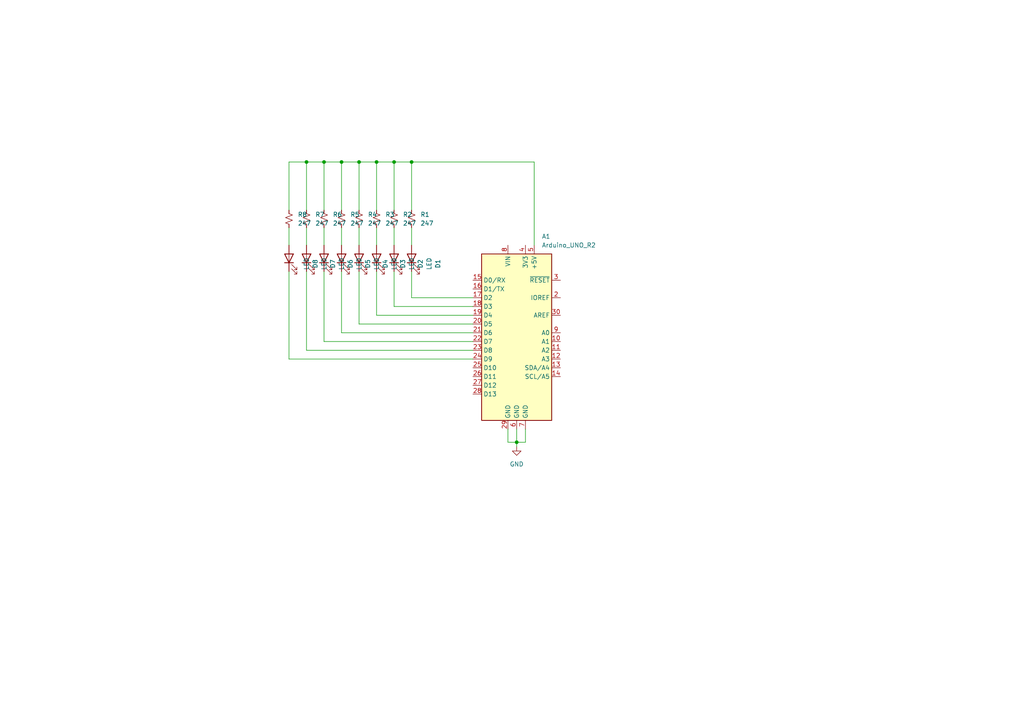
<source format=kicad_sch>
(kicad_sch (version 20230121) (generator eeschema)
  (paper "A4")
  (title_block (title "Arduino UNO LED Shield") (date "2024-01-16") (rev "1"))
  (lib_symbols
    (symbol "Device:LED" (pin_numbers hide) (pin_names (offset 1.016) hide)
      (property "Reference" "D" (at 0 2.54 0))
      (property "Value" "LED" (at 0 -2.54 0))
      (symbol "LED_0_1"
        (polyline (pts (xy -1.27 -1.27) (xy -1.27 1.27)) (stroke (width 0.254)))
        (polyline (pts (xy -1.27 0) (xy 1.27 0)))
        (polyline (pts (xy 1.27 -1.27) (xy 1.27 1.27) (xy -1.27 0) (xy 1.27 -1.27)) (stroke (width 0.254)))
        (polyline (pts (xy -3.048 -0.762) (xy -4.572 -2.286) (xy -3.81 -2.286) (xy -4.572 -2.286) (xy -4.572 -1.524)))
        (polyline (pts (xy -1.778 -0.762) (xy -3.302 -2.286) (xy -2.54 -2.286) (xy -3.302 -2.286) (xy -3.302 -1.524)))
      )
      (symbol "LED_1_1"
        (pin passive line (at -3.81 0 0) (length 2.54) (name "K") (number "1"))
        (pin passive line (at 3.81 0 180) (length 2.54) (name "A") (number "2"))
      )
    )
    (symbol "Device:R_Small_US" (pin_numbers hide) (pin_names (offset 0.254) hide)
      (property "Reference" "R" (at 0.762 0.508 0))
      (property "Value" "R_Small_US" (at 0.762 -1.016 0))
      (symbol "R_Small_US_1_1"
        (polyline (pts (xy 0 0) (xy 1.016 -0.381) (xy 0 -0.762) (xy -1.016 -1.143) (xy 0 -1.524)))
        (polyline (pts (xy 0 1.524) (xy 1.016 1.143) (xy 0 0.762) (xy -1.016 0.381) (xy 0 0)))
        (pin passive line (at 0 2.54 270) (length 1.016) (name "~") (number "1"))
        (pin passive line (at 0 -2.54 90) (length 1.016) (name "~") (number "2"))
      )
    )
    (symbol "MCU_Module:Arduino_UNO_R2"
      (property "Reference" "A" (at -10.16 23.495 0))
      (property "Value" "Arduino_UNO_R2" (at 5.08 -26.67 0))
      (symbol "Arduino_UNO_R2_0_1"
        (rectangle (start -10.16 22.86) (end 10.16 -25.4) (stroke (width 0.254)) (fill (type background)))
      )
      (symbol "Arduino_UNO_R2_1_1"
        (pin no_connect line (at -10.16 -20.32 0) (length 2.54) hide (name "NC") (number "1"))
        (pin bidirectional line (at 12.7 -2.54 180) (length 2.54) (name "A1") (number "10"))
        (pin bidirectional line (at 12.7 -5.08 180) (length 2.54) (name "A2") (number "11"))
        (pin bidirectional line (at 12.7 -7.62 180) (length 2.54) (name "A3") (number "12"))
        (pin bidirectional line (at 12.7 -10.16 180) (length 2.54) (name "SDA/A4") (number "13"))
        (pin bidirectional line (at 12.7 -12.7 180) (length 2.54) (name "SCL/A5") (number "14"))
        (pin bidirectional line (at -12.7 15.24 0) (length 2.54) (name "D0/RX") (number "15"))
        (pin bidirectional line (at -12.7 12.7 0) (length 2.54) (name "D1/TX") (number "16"))
        (pin bidirectional line (at -12.7 10.16 0) (length 2.54) (name "D2") (number "17"))
        (pin bidirectional line (at -12.7 7.62 0) (length 2.54) (name "D3") (number "18"))
        (pin bidirectional line (at -12.7 5.08 0) (length 2.54) (name "D4") (number "19"))
        (pin output line (at 12.7 10.16 180) (length 2.54) (name "IOREF") (number "2"))
        (pin bidirectional line (at -12.7 2.54 0) (length 2.54) (name "D5") (number "20"))
        (pin bidirectional line (at -12.7 0 0) (length 2.54) (name "D6") (number "21"))
        (pin bidirectional line (at -12.7 -2.54 0) (length 2.54) (name "D7") (number "22"))
        (pin bidirectional line (at -12.7 -5.08 0) (length 2.54) (name "D8") (number "23"))
        (pin bidirectional line (at -12.7 -7.62 0) (length 2.54) (name "D9") (number "24"))
        (pin bidirectional line (at -12.7 -10.16 0) (length 2.54) (name "D10") (number "25"))
        (pin bidirectional line (at -12.7 -12.7 0) (length 2.54) (name "D11") (number "26"))
        (pin bidirectional line (at -12.7 -15.24 0) (length 2.54) (name "D12") (number "27"))
        (pin bidirectional line (at -12.7 -17.78 0) (length 2.54) (name "D13") (number "28"))
        (pin power_in line (at -2.54 -27.94 90) (length 2.54) (name "GND") (number "29"))
        (pin input line (at 12.7 15.24 180) (length 2.54) (name "~{RESET}") (number "3"))
        (pin input line (at 12.7 5.08 180) (length 2.54) (name "AREF") (number "30"))
        (pin power_out line (at 2.54 25.4 270) (length 2.54) (name "3V3") (number "4"))
        (pin power_out line (at 5.08 25.4 270) (length 2.54) (name "+5V") (number "5"))
        (pin power_in line (at 0 -27.94 90) (length 2.54) (name "GND") (number "6"))
        (pin power_in line (at 2.54 -27.94 90) (length 2.54) (name "GND") (number "7"))
        (pin power_in line (at -2.54 25.4 270) (length 2.54) (name "VIN") (number "8"))
        (pin bidirectional line (at 12.7 0 180) (length 2.54) (name "A0") (number "9"))
      )
    )
    (symbol "power:GND" (power) (pin_names (offset 0))
      (property "Value" "GND" (at 0 -3.81 0))
      (symbol "GND_0_1"
        (polyline (pts (xy 0 0) (xy 0 -1.27) (xy 1.27 -1.27) (xy 0 -2.54) (xy -1.27 -1.27) (xy 0 -1.27)))
      )
      (symbol "GND_1_1"
        (pin power_in line (at 0 0 270) (length 0) hide (name "GND") (number "1"))
      )
    )
  )
  (junction (at 109.22 46.99))
  (junction (at 119.38 46.99))
  (junction (at 88.9 46.99))
  (junction (at 114.3 46.99))
  (junction (at 149.86 128.27))
  (junction (at 99.06 46.99))
  (junction (at 93.98 46.99))
  (junction (at 104.14 46.99))
  (wire (pts (xy 109.22 66.04) (xy 109.22 71.12)))
  (wire (pts (xy 88.9 66.04) (xy 88.9 71.12)))
  (wire (pts (xy 104.14 93.98) (xy 137.16 93.98)))
  (wire (pts (xy 83.82 78.74) (xy 83.82 104.14)))
  (wire (pts (xy 114.3 78.74) (xy 114.3 88.9)))
  (wire (pts (xy 149.86 128.27) (xy 152.4 128.27)))
  (wire (pts (xy 83.82 60.96) (xy 83.82 46.99)))
  (wire (pts (xy 109.22 78.74) (xy 109.22 91.44)))
  (wire (pts (xy 147.32 128.27) (xy 149.86 128.27)))
  (wire (pts (xy 99.06 66.04) (xy 99.06 71.12)))
  (wire (pts (xy 88.9 46.99) (xy 88.9 60.96)))
  (wire (pts (xy 99.06 78.74) (xy 99.06 96.52)))
  (wire (pts (xy 83.82 104.14) (xy 137.16 104.14)))
  (wire (pts (xy 114.3 66.04) (xy 114.3 71.12)))
  (wire (pts (xy 104.14 78.74) (xy 104.14 93.98)))
  (wire (pts (xy 152.4 124.46) (xy 152.4 128.27)))
  (wire (pts (xy 99.06 46.99) (xy 99.06 60.96)))
  (wire (pts (xy 104.14 46.99) (xy 109.22 46.99)))
  (wire (pts (xy 109.22 46.99) (xy 109.22 60.96)))
  (wire (pts (xy 154.94 46.99) (xy 154.94 71.12)))
  (wire (pts (xy 119.38 46.99) (xy 154.94 46.99)))
  (wire (pts (xy 88.9 78.74) (xy 88.9 101.6)))
  (wire (pts (xy 83.82 46.99) (xy 88.9 46.99)))
  (wire (pts (xy 147.32 124.46) (xy 147.32 128.27)))
  (wire (pts (xy 109.22 46.99) (xy 114.3 46.99)))
  (wire (pts (xy 109.22 91.44) (xy 137.16 91.44)))
  (wire (pts (xy 104.14 66.04) (xy 104.14 71.12)))
  (wire (pts (xy 93.98 99.06) (xy 137.16 99.06)))
  (wire (pts (xy 149.86 128.27) (xy 149.86 129.54)))
  (wire (pts (xy 119.38 46.99) (xy 119.38 60.96)))
  (wire (pts (xy 114.3 46.99) (xy 114.3 60.96)))
  (wire (pts (xy 99.06 46.99) (xy 104.14 46.99)))
  (wire (pts (xy 114.3 46.99) (xy 119.38 46.99)))
  (wire (pts (xy 93.98 66.04) (xy 93.98 71.12)))
  (wire (pts (xy 114.3 88.9) (xy 137.16 88.9)))
  (wire (pts (xy 119.38 66.04) (xy 119.38 71.12)))
  (wire (pts (xy 149.86 124.46) (xy 149.86 128.27)))
  (wire (pts (xy 93.98 78.74) (xy 93.98 99.06)))
  (wire (pts (xy 88.9 46.99) (xy 93.98 46.99)))
  (wire (pts (xy 83.82 66.04) (xy 83.82 71.12)))
  (wire (pts (xy 119.38 78.74) (xy 119.38 86.36)))
  (wire (pts (xy 99.06 96.52) (xy 137.16 96.52)))
  (wire (pts (xy 93.98 46.99) (xy 99.06 46.99)))
  (wire (pts (xy 88.9 101.6) (xy 137.16 101.6)))
  (wire (pts (xy 104.14 46.99) (xy 104.14 60.96)))
  (wire (pts (xy 93.98 46.99) (xy 93.98 60.96)))
  (wire (pts (xy 119.38 86.36) (xy 137.16 86.36)))
  (symbol (lib_id "Device:R_Small_US") (at 88.9 63.5 0) (unit 1)
    (property "Reference" "R7" (at 91.44 62.23 0) (effects (justify left)))
    (property "Value" "247" (at 91.44 64.77 0) (effects (justify left)))
    (property "Footprint" "Resistor_SMD:R_0603_1608Metric" (effects hide))
  )
  (symbol (lib_id "Device:R_Small_US") (at 83.82 63.5 0) (unit 1)
    (property "Reference" "R8" (at 86.36 62.23 0) (effects (justify left)))
    (property "Value" "247" (at 86.36 64.77 0) (effects (justify left)))
    (property "Footprint" "Resistor_SMD:R_0603_1608Metric" (effects hide))
  )
  (symbol (lib_id "Device:R_Small_US") (at 93.98 63.5 0) (unit 1)
    (property "Reference" "R6" (at 96.52 62.23 0) (effects (justify left)))
    (property "Value" "247" (at 96.52 64.77 0) (effects (justify left)))
    (property "Footprint" "Resistor_SMD:R_0603_1608Metric" (effects hide))
  )
  (symbol (lib_id "MCU_Module:Arduino_UNO_R2") (at 149.86 96.52 0) (unit 1)
    (property "Reference" "A1" (at 157.1341 68.58 0) (effects (justify left)))
    (property "Value" "Arduino_UNO_R2" (at 157.1341 71.12 0) (effects (justify left)))
    (property "Footprint" "Module:Arduino_UNO_R2" (effects hide))
    (property "Datasheet" "https://www.arduino.cc/en/Main/arduinoBoardUno" (effects hide))
  )
  (symbol (lib_id "Device:LED") (at 109.22 74.93 90) (unit 1)
    (property "Reference" "D3" (at 116.84 76.5175 0))
    (property "Value" "LED" (at 114.3 76.5175 0))
    (property "Footprint" "LED_SMD:LED_0805_2012Metric" (effects hide))
  )
  (symbol (lib_id "Device:LED") (at 83.82 74.93 90) (unit 1)
    (property "Reference" "D8" (at 91.44 76.5175 0))
    (property "Value" "LED" (at 88.9 76.5175 0))
    (property "Footprint" "LED_SMD:LED_0805_2012Metric" (effects hide))
  )
  (symbol (lib_id "power:GND") (at 149.86 129.54 0) (unit 1)
    (property "Reference" "#PWR01" (effects hide))
    (property "Value" "GND" (at 149.86 134.62 0))
  )
  (symbol (lib_id "Device:LED") (at 99.06 74.93 90) (unit 1)
    (property "Reference" "D5" (at 106.68 76.5175 0))
    (property "Value" "LED" (at 104.14 76.5175 0))
    (property "Footprint" "LED_SMD:LED_0805_2012Metric" (effects hide))
  )
  (symbol (lib_id "Device:R_Small_US") (at 99.06 63.5 0) (unit 1)
    (property "Reference" "R5" (at 101.6 62.23 0) (effects (justify left)))
    (property "Value" "247" (at 101.6 64.77 0) (effects (justify left)))
    (property "Footprint" "Resistor_SMD:R_0603_1608Metric" (effects hide))
  )
  (symbol (lib_id "Device:R_Small_US") (at 114.3 63.5 0) (unit 1)
    (property "Reference" "R2" (at 116.84 62.23 0) (effects (justify left)))
    (property "Value" "247" (at 116.84 64.77 0) (effects (justify left)))
    (property "Footprint" "Resistor_SMD:R_0603_1608Metric" (effects hide))
  )
  (symbol (lib_id "Device:LED") (at 114.3 74.93 90) (unit 1)
    (property "Reference" "D2" (at 121.92 76.5175 0))
    (property "Value" "LED" (at 119.38 76.5175 0))
    (property "Footprint" "LED_SMD:LED_0805_2012Metric" (effects hide))
  )
  (symbol (lib_id "Device:R_Small_US") (at 109.22 63.5 0) (unit 1)
    (property "Reference" "R3" (at 111.76 62.23 0) (effects (justify left)))
    (property "Value" "247" (at 111.76 64.77 0) (effects (justify left)))
    (property "Footprint" "Resistor_SMD:R_0603_1608Metric" (effects hide))
  )
  (symbol (lib_id "Device:LED") (at 119.38 74.93 90) (unit 1)
    (property "Reference" "D1" (at 127 76.5175 0))
    (property "Value" "LED" (at 124.46 76.5175 0))
    (property "Footprint" "LED_SMD:LED_0805_2012Metric" (effects hide))
  )
  (symbol (lib_id "Device:LED") (at 88.9 74.93 90) (unit 1)
    (property "Reference" "D7" (at 96.52 76.5175 0))
    (property "Value" "LED" (at 93.98 76.5175 0))
    (property "Footprint" "LED_SMD:LED_0805_2012Metric" (effects hide))
  )
  (symbol (lib_id "Device:LED") (at 93.98 74.93 90) (unit 1)
    (property "Reference" "D6" (at 101.6 76.5175 0))
    (property "Value" "LED" (at 99.06 76.5175 0))
    (property "Footprint" "LED_SMD:LED_0805_2012Metric" (effects hide))
  )
  (symbol (lib_id "Device:R_Small_US") (at 104.14 63.5 0) (unit 1)
    (property "Reference" "R4" (at 106.68 62.23 0) (effects (justify left)))
    (property "Value" "247" (at 106.68 64.77 0) (effects (justify left)))
    (property "Footprint" "Resistor_SMD:R_0603_1608Metric" (effects hide))
  )
  (symbol (lib_id "Device:R_Small_US") (at 119.38 63.5 0) (unit 1)
    (property "Reference" "R1" (at 121.92 62.23 0) (effects (justify left)))
    (property "Value" "247" (at 121.92 64.77 0) (effects (justify left)))
    (property "Footprint" "Resistor_SMD:R_0603_1608Metric" (effects hide))
  )
  (symbol (lib_id "Device:LED") (at 104.14 74.93 90) (unit 1)
    (property "Reference" "D4" (at 111.76 76.5175 0))
    (property "Value" "LED" (at 109.22 76.5175 0))
    (property "Footprint" "LED_SMD:LED_0805_2012Metric" (effects hide))
  )
)
</source>
